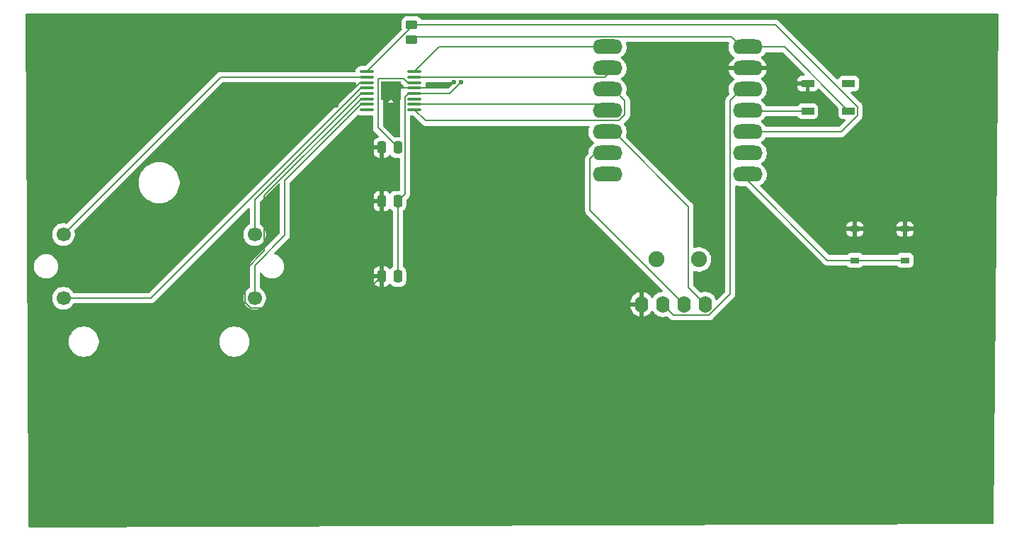
<source format=gbr>
%TF.GenerationSoftware,KiCad,Pcbnew,9.0.7*%
%TF.CreationDate,2026-02-01T17:27:12-08:00*%
%TF.ProjectId,DisplayDevice,44697370-6c61-4794-9465-766963652e6b,rev?*%
%TF.SameCoordinates,Original*%
%TF.FileFunction,Copper,L1,Top*%
%TF.FilePolarity,Positive*%
%FSLAX46Y46*%
G04 Gerber Fmt 4.6, Leading zero omitted, Abs format (unit mm)*
G04 Created by KiCad (PCBNEW 9.0.7) date 2026-02-01 17:27:12*
%MOMM*%
%LPD*%
G01*
G04 APERTURE LIST*
G04 Aperture macros list*
%AMRoundRect*
0 Rectangle with rounded corners*
0 $1 Rounding radius*
0 $2 $3 $4 $5 $6 $7 $8 $9 X,Y pos of 4 corners*
0 Add a 4 corners polygon primitive as box body*
4,1,4,$2,$3,$4,$5,$6,$7,$8,$9,$2,$3,0*
0 Add four circle primitives for the rounded corners*
1,1,$1+$1,$2,$3*
1,1,$1+$1,$4,$5*
1,1,$1+$1,$6,$7*
1,1,$1+$1,$8,$9*
0 Add four rect primitives between the rounded corners*
20,1,$1+$1,$2,$3,$4,$5,0*
20,1,$1+$1,$4,$5,$6,$7,0*
20,1,$1+$1,$6,$7,$8,$9,0*
20,1,$1+$1,$8,$9,$2,$3,0*%
G04 Aperture macros list end*
%TA.AperFunction,ComponentPad*%
%ADD10O,1.600000X2.000000*%
%TD*%
%TA.AperFunction,SMDPad,CuDef*%
%ADD11O,1.699999X0.349999*%
%TD*%
%TA.AperFunction,ComponentPad*%
%ADD12C,0.499999*%
%TD*%
%TA.AperFunction,SMDPad,CuDef*%
%ADD13R,2.460000X2.310000*%
%TD*%
%TA.AperFunction,SMDPad,CuDef*%
%ADD14RoundRect,0.250000X0.250000X0.475000X-0.250000X0.475000X-0.250000X-0.475000X0.250000X-0.475000X0*%
%TD*%
%TA.AperFunction,SMDPad,CuDef*%
%ADD15RoundRect,0.090000X0.660000X0.360000X-0.660000X0.360000X-0.660000X-0.360000X0.660000X-0.360000X0*%
%TD*%
%TA.AperFunction,SMDPad,CuDef*%
%ADD16RoundRect,0.250000X0.450000X-0.262500X0.450000X0.262500X-0.450000X0.262500X-0.450000X-0.262500X0*%
%TD*%
%TA.AperFunction,SMDPad,CuDef*%
%ADD17R,1.000000X0.750000*%
%TD*%
%TA.AperFunction,ComponentPad*%
%ADD18C,1.905000*%
%TD*%
%TA.AperFunction,ComponentPad*%
%ADD19O,3.556000X1.778000*%
%TD*%
%TA.AperFunction,ComponentPad*%
%ADD20C,1.700000*%
%TD*%
%TA.AperFunction,ViaPad*%
%ADD21C,0.600000*%
%TD*%
%TA.AperFunction,Conductor*%
%ADD22C,0.200000*%
%TD*%
G04 APERTURE END LIST*
D10*
%TO.P,J1,1,GND*%
%TO.N,/GND*%
X161880000Y-107150000D03*
%TO.P,J1,2,VCC*%
%TO.N,/3V3*%
X164420000Y-107150000D03*
%TO.P,J1,3,SCL*%
%TO.N,Net-(J1-SCL)*%
X166960000Y-107150000D03*
%TO.P,J1,4,SDA*%
%TO.N,Net-(J1-SDA)*%
X169500000Y-107150000D03*
%TD*%
D11*
%TO.P,Uw1,1,SLEEP_N*%
%TO.N,Net-(U1-GPIO8_A9_D9_CIPO)*%
X129050002Y-79324998D03*
%TO.P,Uw1,2,AOUT1*%
%TO.N,Net-(M1-Pin_1)*%
X129050002Y-79974999D03*
%TO.P,Uw1,3,AISEN*%
%TO.N,/GND*%
X129050002Y-80624998D03*
%TO.P,Uw1,4,AOUT2*%
%TO.N,Net-(M1-Pin_2)*%
X129050002Y-81274999D03*
%TO.P,Uw1,5,BOUT2*%
%TO.N,Net-(M1-Pin_3)*%
X129050002Y-81924998D03*
%TO.P,Uw1,6,BISEN*%
%TO.N,/GND*%
X129050002Y-82574999D03*
%TO.P,Uw1,7,BOUT1*%
%TO.N,Net-(M1-Pin_4)*%
X129050002Y-83224998D03*
%TO.P,Uw1,8,FAULT_N*%
%TO.N,unconnected-(Uw1-FAULT_N-Pad8)*%
X129050002Y-83874999D03*
%TO.P,Uw1,9,BIN1*%
%TO.N,Net-(U1-GPIO3_A2_D2)*%
X134750001Y-83874999D03*
%TO.P,Uw1,10,BIN2*%
%TO.N,Net-(U1-GPIO4_A3_D3)*%
X134750001Y-83224998D03*
%TO.P,Uw1,11,NC*%
%TO.N,unconnected-(Uw1-NC-Pad11)*%
X134750001Y-82574999D03*
%TO.P,Uw1,12,VM*%
%TO.N,/5V*%
X134750001Y-81924998D03*
%TO.P,Uw1,13,GND*%
%TO.N,/GND*%
X134750001Y-81274999D03*
%TO.P,Uw1,14,VINT*%
%TO.N,Net-(Uw1-VINT)*%
X134750001Y-80624998D03*
%TO.P,Uw1,15,AIN2*%
%TO.N,Net-(U1-GPIO2_A1_D1)*%
X134750001Y-79974999D03*
%TO.P,Uw1,16,AIN1*%
%TO.N,Net-(U1-GPIO1_A0_D0)*%
X134750001Y-79324998D03*
D12*
%TO.P,Uw1,17,PPAD*%
%TO.N,/GND*%
X131199998Y-81600000D03*
X131899999Y-80899999D03*
D13*
X131899999Y-81600000D03*
D12*
X131899999Y-82300001D03*
X132600000Y-81600000D03*
%TD*%
D14*
%TO.P,C3,1*%
%TO.N,Net-(Uw1-VINT)*%
X132750000Y-88400000D03*
%TO.P,C3,2*%
%TO.N,/GND*%
X130850000Y-88400000D03*
%TD*%
D15*
%TO.P,D1,1,VDD*%
%TO.N,/5V*%
X186650000Y-84050000D03*
%TO.P,D1,2,DOUT*%
%TO.N,unconnected-(D1-DOUT-Pad2)*%
X186650000Y-80750000D03*
%TO.P,D1,3,VSS*%
%TO.N,/GND*%
X181750000Y-80750000D03*
%TO.P,D1,4,DIN*%
%TO.N,Net-(D1-DIN)*%
X181750000Y-84050000D03*
%TD*%
D16*
%TO.P,R1,1*%
%TO.N,/5V*%
X134400000Y-75512500D03*
%TO.P,R1,2*%
%TO.N,Net-(U1-GPIO8_A9_D9_CIPO)*%
X134400000Y-73687500D03*
%TD*%
D14*
%TO.P,C2,1*%
%TO.N,/5V*%
X132750000Y-103800000D03*
%TO.P,C2,2*%
%TO.N,/GND*%
X130850000Y-103800000D03*
%TD*%
D17*
%TO.P,S1,A*%
%TO.N,/GND*%
X187400000Y-98125000D03*
%TO.P,S1,B*%
X193400000Y-98125000D03*
%TO.P,S1,C*%
%TO.N,Net-(U1-GPIO44_D7_RX)*%
X187400000Y-101875000D03*
%TO.P,S1,D*%
X193400000Y-101875000D03*
%TD*%
D14*
%TO.P,C1,1*%
%TO.N,/5V*%
X132750000Y-94800000D03*
%TO.P,C1,2*%
%TO.N,/GND*%
X130850000Y-94800000D03*
%TD*%
D18*
%TO.P,U1,16,-BATT*%
%TO.N,unconnected-(U1--BATT-Pad16)*%
X168740000Y-101780000D03*
%TO.P,U1,15,+BATT*%
%TO.N,unconnected-(U1-+BATT-Pad15)*%
X163660000Y-101780000D03*
D19*
%TO.P,U1,14,5V*%
%TO.N,/5V*%
X174582000Y-76380000D03*
%TO.P,U1,13,GND*%
%TO.N,/GND*%
X174582000Y-78920000D03*
%TO.P,U1,12,3V3*%
%TO.N,/3V3*%
X174582000Y-81460000D03*
%TO.P,U1,11,GPIO9_A10_D10_COPI*%
%TO.N,Net-(D1-DIN)*%
X174582000Y-84000000D03*
%TO.P,U1,10,GPIO8_A9_D9_CIPO*%
%TO.N,Net-(U1-GPIO8_A9_D9_CIPO)*%
X174582000Y-86540000D03*
%TO.P,U1,9,GPIO7_A8_D8_SCK*%
%TO.N,unconnected-(U1-GPIO7_A8_D8_SCK-Pad9)*%
X174582000Y-89080000D03*
%TO.P,U1,8,GPIO44_D7_RX*%
%TO.N,Net-(U1-GPIO44_D7_RX)*%
X174582000Y-91620000D03*
%TO.P,U1,7,GPIO43_TX_D6*%
%TO.N,unconnected-(U1-GPIO43_TX_D6-Pad7)*%
X157818000Y-91620000D03*
%TO.P,U1,6,GPIO6_A5_D5_SCL*%
%TO.N,Net-(J1-SCL)*%
X157818000Y-89080000D03*
%TO.P,U1,5,GPIO4_A3_D3_SDA*%
%TO.N,Net-(J1-SDA)*%
X157818000Y-86540000D03*
%TO.P,U1,4,GPIO4_A3_D3*%
%TO.N,Net-(U1-GPIO4_A3_D3)*%
X157818000Y-84000000D03*
%TO.P,U1,3,GPIO3_A2_D2*%
%TO.N,Net-(U1-GPIO3_A2_D2)*%
X157818000Y-81460000D03*
%TO.P,U1,2,GPIO2_A1_D1*%
%TO.N,Net-(U1-GPIO2_A1_D1)*%
X157818000Y-78920000D03*
%TO.P,U1,1,GPIO1_A0_D0*%
%TO.N,Net-(U1-GPIO1_A0_D0)*%
X157818000Y-76380000D03*
%TD*%
D20*
%TO.P,M1,1,Pin_1*%
%TO.N,Net-(M1-Pin_1)*%
X92770000Y-98790000D03*
%TO.P,M1,2,Pin_2*%
%TO.N,Net-(M1-Pin_2)*%
X92770000Y-106410000D03*
%TO.P,M1,3,Pin_3*%
%TO.N,Net-(M1-Pin_3)*%
X115630000Y-98790000D03*
%TO.P,M1,4,Pin_4*%
%TO.N,Net-(M1-Pin_4)*%
X115630000Y-106410000D03*
%TD*%
D21*
%TO.N,/GND*%
X139451473Y-80574999D03*
X125439152Y-83339152D03*
%TO.N,/5V*%
X140300000Y-80574999D03*
%TD*%
D22*
%TO.N,Net-(U1-GPIO8_A9_D9_CIPO)*%
X134400000Y-73975000D02*
X129050002Y-79324998D01*
X134400000Y-73687500D02*
X134400000Y-73975000D01*
X187701000Y-83525548D02*
X187701000Y-84574452D01*
X187701000Y-84574452D02*
X185735452Y-86540000D01*
X185735452Y-86540000D02*
X173820000Y-86540000D01*
X177862952Y-73687500D02*
X187701000Y-83525548D01*
X134400000Y-73687500D02*
X177862952Y-73687500D01*
%TO.N,/3V3*%
X169956049Y-108451000D02*
X172503000Y-105904049D01*
X165721000Y-108451000D02*
X169956049Y-108451000D01*
X164420000Y-107150000D02*
X165721000Y-108451000D01*
X172503000Y-105904049D02*
X172503000Y-82777000D01*
X172503000Y-82777000D02*
X173820000Y-81460000D01*
%TO.N,Net-(J1-SDA)*%
X167486500Y-95446500D02*
X158580000Y-86540000D01*
X167486500Y-105136500D02*
X167486500Y-95446500D01*
X169500000Y-107150000D02*
X167486500Y-105136500D01*
%TO.N,Net-(J1-SCL)*%
X156420000Y-89080000D02*
X158580000Y-89080000D01*
X155739000Y-89761000D02*
X156420000Y-89080000D01*
X155739000Y-95929000D02*
X155739000Y-89761000D01*
X166960000Y-107150000D02*
X155739000Y-95929000D01*
%TO.N,/GND*%
X132925001Y-81274999D02*
X134750001Y-81274999D01*
X132600000Y-81600000D02*
X132925001Y-81274999D01*
X129050002Y-80624998D02*
X128153306Y-80624998D01*
X114479000Y-103060454D02*
X114479000Y-106886760D01*
X116781000Y-94145834D02*
X116781000Y-100758454D01*
X115153240Y-107561000D02*
X127089000Y-107561000D01*
X134750001Y-81274999D02*
X138751473Y-81274999D01*
X114479000Y-106886760D02*
X115153240Y-107561000D01*
X129050002Y-82574999D02*
X128351835Y-82574999D01*
X116781000Y-100758454D02*
X114479000Y-103060454D01*
X127089000Y-107561000D02*
X130850000Y-103800000D01*
X128351835Y-82574999D02*
X116781000Y-94145834D01*
X138751473Y-81274999D02*
X139451473Y-80574999D01*
X175920000Y-78920000D02*
X173820000Y-78920000D01*
X128153306Y-80624998D02*
X125439152Y-83339152D01*
%TO.N,/5V*%
X133599001Y-93950999D02*
X133599001Y-82377833D01*
X172630000Y-75190000D02*
X173820000Y-76380000D01*
X133599001Y-82377833D02*
X134051836Y-81924998D01*
X132750000Y-103800000D02*
X132750000Y-94800000D01*
X134051836Y-81924998D02*
X134750001Y-81924998D01*
X134400000Y-75512500D02*
X134722500Y-75190000D01*
X178980000Y-76380000D02*
X186650000Y-84050000D01*
X134750001Y-81924998D02*
X138950001Y-81924998D01*
X134722500Y-75190000D02*
X172630000Y-75190000D01*
X132750000Y-94800000D02*
X133599001Y-93950999D01*
X138950001Y-81924998D02*
X140300000Y-80574999D01*
X173820000Y-76380000D02*
X178980000Y-76380000D01*
%TO.N,Net-(Uw1-VINT)*%
X133430999Y-80144000D02*
X130368999Y-80144000D01*
X133911997Y-80624998D02*
X133430999Y-80144000D01*
X134750001Y-80624998D02*
X133911997Y-80624998D01*
X130368999Y-86018999D02*
X132750000Y-88400000D01*
X130368999Y-80144000D02*
X130368999Y-86018999D01*
%TO.N,Net-(D1-DIN)*%
X173870000Y-84050000D02*
X173820000Y-84000000D01*
X181750000Y-84050000D02*
X173870000Y-84050000D01*
%TO.N,Net-(M1-Pin_2)*%
X128351835Y-81274999D02*
X103216834Y-106410000D01*
X103216834Y-106410000D02*
X92770000Y-106410000D01*
X129050002Y-81274999D02*
X128351835Y-81274999D01*
%TO.N,Net-(M1-Pin_4)*%
X129050002Y-83224998D02*
X128351837Y-83224998D01*
X119251000Y-98855554D02*
X115630000Y-102476554D01*
X128351837Y-83224998D02*
X119251000Y-92325835D01*
X119251000Y-92325835D02*
X119251000Y-98855554D01*
X115630000Y-102476554D02*
X115630000Y-106410000D01*
%TO.N,Net-(M1-Pin_3)*%
X115630000Y-94646835D02*
X115630000Y-98790000D01*
X128351837Y-81924998D02*
X115630000Y-94646835D01*
X129050002Y-81924998D02*
X128351837Y-81924998D01*
%TO.N,Net-(M1-Pin_1)*%
X111585001Y-79974999D02*
X92770000Y-98790000D01*
X129050002Y-79974999D02*
X111585001Y-79974999D01*
%TO.N,Net-(U1-GPIO2_A1_D1)*%
X134750001Y-79974999D02*
X157525001Y-79974999D01*
X157525001Y-79974999D02*
X158580000Y-78920000D01*
%TO.N,Net-(U1-GPIO4_A3_D3)*%
X134750001Y-83224998D02*
X157804998Y-83224998D01*
X157804998Y-83224998D02*
X158580000Y-84000000D01*
%TO.N,Net-(U1-GPIO44_D7_RX)*%
X187400000Y-101875000D02*
X184075000Y-101875000D01*
X193400000Y-101875000D02*
X187400000Y-101875000D01*
X184075000Y-101875000D02*
X173820000Y-91620000D01*
%TO.N,Net-(U1-GPIO1_A0_D0)*%
X134750001Y-79324998D02*
X137694999Y-76380000D01*
X137694999Y-76380000D02*
X158580000Y-76380000D01*
%TO.N,Net-(U1-GPIO3_A2_D2)*%
X159897000Y-82777000D02*
X159897000Y-84492914D01*
X136065002Y-85190000D02*
X134750001Y-83874999D01*
X159199914Y-85190000D02*
X136065002Y-85190000D01*
X158580000Y-81460000D02*
X159897000Y-82777000D01*
X159897000Y-84492914D02*
X159199914Y-85190000D01*
%TD*%
%TA.AperFunction,Conductor*%
%TO.N,/GND*%
G36*
X172319900Y-75810185D02*
G01*
X172365655Y-75862989D01*
X172375599Y-75932147D01*
X172370792Y-75952817D01*
X172337714Y-76054621D01*
X172303500Y-76270638D01*
X172303500Y-76489361D01*
X172337714Y-76705376D01*
X172405297Y-76913380D01*
X172405298Y-76913383D01*
X172504595Y-77108260D01*
X172633142Y-77285193D01*
X172787802Y-77439853D01*
X172787807Y-77439857D01*
X172939394Y-77549991D01*
X172982060Y-77605320D01*
X172988039Y-77674934D01*
X172955434Y-77736729D01*
X172939394Y-77750627D01*
X172788133Y-77860524D01*
X172788128Y-77860528D01*
X172633528Y-78015128D01*
X172633524Y-78015133D01*
X172505023Y-78192001D01*
X172405762Y-78386808D01*
X172405761Y-78386811D01*
X172338201Y-78594741D01*
X172326282Y-78670000D01*
X173377749Y-78670000D01*
X173346619Y-78723919D01*
X173312000Y-78853120D01*
X173312000Y-78986880D01*
X173346619Y-79116081D01*
X173377749Y-79170000D01*
X172326282Y-79170000D01*
X172338201Y-79245258D01*
X172405761Y-79453188D01*
X172405762Y-79453191D01*
X172505023Y-79647998D01*
X172633524Y-79824866D01*
X172633528Y-79824871D01*
X172788128Y-79979471D01*
X172788133Y-79979475D01*
X172939394Y-80089372D01*
X172982060Y-80144701D01*
X172988039Y-80214315D01*
X172955434Y-80276110D01*
X172939394Y-80290008D01*
X172787807Y-80400142D01*
X172787802Y-80400146D01*
X172633142Y-80554806D01*
X172504595Y-80731739D01*
X172405298Y-80926616D01*
X172405297Y-80926619D01*
X172337714Y-81134623D01*
X172303500Y-81350638D01*
X172303500Y-81569361D01*
X172337714Y-81785376D01*
X172389685Y-81945329D01*
X172391680Y-82015171D01*
X172359435Y-82071328D01*
X172137643Y-82293120D01*
X172137636Y-82293127D01*
X172134286Y-82296478D01*
X172134284Y-82296480D01*
X172022480Y-82408284D01*
X171994418Y-82456890D01*
X171988663Y-82466857D01*
X171988661Y-82466860D01*
X171943423Y-82545214D01*
X171929781Y-82596124D01*
X171902499Y-82697943D01*
X171902499Y-82697945D01*
X171902499Y-82866046D01*
X171902500Y-82866059D01*
X171902500Y-105603950D01*
X171882815Y-105670989D01*
X171866181Y-105691631D01*
X170946841Y-106610970D01*
X170885518Y-106644455D01*
X170815826Y-106639471D01*
X170759893Y-106597599D01*
X170741230Y-106561609D01*
X170705220Y-106450781D01*
X170612287Y-106268390D01*
X170604556Y-106257749D01*
X170491971Y-106102786D01*
X170347213Y-105958028D01*
X170181613Y-105837715D01*
X170181612Y-105837714D01*
X170181610Y-105837713D01*
X170120677Y-105806666D01*
X169999223Y-105744781D01*
X169804534Y-105681522D01*
X169629995Y-105653878D01*
X169602352Y-105649500D01*
X169397648Y-105649500D01*
X169360947Y-105655313D01*
X169195464Y-105681523D01*
X169195461Y-105681523D01*
X169030203Y-105735219D01*
X168960362Y-105737214D01*
X168904204Y-105704969D01*
X168123319Y-104924084D01*
X168089834Y-104862761D01*
X168087000Y-104836403D01*
X168087000Y-103266273D01*
X168106685Y-103199234D01*
X168159489Y-103153479D01*
X168228647Y-103143535D01*
X168249312Y-103148340D01*
X168344451Y-103179252D01*
X168399754Y-103197222D01*
X168512700Y-103215111D01*
X168625646Y-103233000D01*
X168625647Y-103233000D01*
X168854353Y-103233000D01*
X168854354Y-103233000D01*
X169080245Y-103197222D01*
X169080248Y-103197221D01*
X169080249Y-103197221D01*
X169297755Y-103126549D01*
X169297755Y-103126548D01*
X169297758Y-103126548D01*
X169501538Y-103022717D01*
X169686566Y-102888286D01*
X169848286Y-102726566D01*
X169982717Y-102541538D01*
X170086548Y-102337758D01*
X170116762Y-102244769D01*
X170157221Y-102120249D01*
X170157221Y-102120248D01*
X170157222Y-102120245D01*
X170193000Y-101894354D01*
X170193000Y-101665646D01*
X170157222Y-101439755D01*
X170157221Y-101439751D01*
X170157221Y-101439750D01*
X170086549Y-101222244D01*
X170049484Y-101149500D01*
X169982717Y-101018462D01*
X169848286Y-100833434D01*
X169686566Y-100671714D01*
X169501538Y-100537283D01*
X169393000Y-100481980D01*
X169297755Y-100433450D01*
X169080248Y-100362778D01*
X168910826Y-100335944D01*
X168854354Y-100327000D01*
X168625646Y-100327000D01*
X168550349Y-100338926D01*
X168399753Y-100362778D01*
X168399750Y-100362778D01*
X168249318Y-100411657D01*
X168179477Y-100413652D01*
X168119644Y-100377572D01*
X168088816Y-100314871D01*
X168087000Y-100293726D01*
X168087000Y-95367445D01*
X168087000Y-95367443D01*
X168063709Y-95280519D01*
X168046077Y-95214715D01*
X167995639Y-95127354D01*
X167967020Y-95077784D01*
X167855216Y-94965980D01*
X167850885Y-94961649D01*
X167850874Y-94961639D01*
X160040563Y-87151328D01*
X160007078Y-87090005D01*
X160010312Y-87025334D01*
X160062286Y-86865375D01*
X160072061Y-86803655D01*
X160096500Y-86649361D01*
X160096500Y-86430638D01*
X160068013Y-86250784D01*
X160062286Y-86214625D01*
X159994701Y-86006617D01*
X159994701Y-86006616D01*
X159921518Y-85862989D01*
X159895407Y-85811743D01*
X159850241Y-85749577D01*
X159766857Y-85634807D01*
X159766443Y-85634322D01*
X159766343Y-85634099D01*
X159763989Y-85630859D01*
X159764669Y-85630364D01*
X159737868Y-85570563D01*
X159748299Y-85501476D01*
X159773044Y-85466104D01*
X160255506Y-84983641D01*
X160255511Y-84983638D01*
X160265714Y-84973434D01*
X160265716Y-84973434D01*
X160377520Y-84861630D01*
X160456577Y-84724698D01*
X160497500Y-84571971D01*
X160497500Y-82697943D01*
X160483238Y-82644714D01*
X160456577Y-82545215D01*
X160455352Y-82543094D01*
X160444336Y-82524013D01*
X160405582Y-82456890D01*
X160392276Y-82433842D01*
X160377522Y-82408287D01*
X160377521Y-82408286D01*
X160377520Y-82408284D01*
X160265716Y-82296480D01*
X160265715Y-82296479D01*
X160261385Y-82292149D01*
X160261374Y-82292139D01*
X160040563Y-82071328D01*
X160007078Y-82010005D01*
X160010312Y-81945334D01*
X160062286Y-81785375D01*
X160086921Y-81629837D01*
X160096500Y-81569361D01*
X160096500Y-81350638D01*
X160072787Y-81200928D01*
X160062286Y-81134625D01*
X160014306Y-80986956D01*
X159994702Y-80926619D01*
X159994701Y-80926616D01*
X159949347Y-80837605D01*
X159895407Y-80731743D01*
X159855184Y-80676380D01*
X159766857Y-80554806D01*
X159612199Y-80400148D01*
X159577328Y-80374813D01*
X159461028Y-80290316D01*
X159418364Y-80234989D01*
X159412385Y-80165376D01*
X159444990Y-80103580D01*
X159461023Y-80089686D01*
X159612199Y-79979852D01*
X159766852Y-79825199D01*
X159766854Y-79825195D01*
X159766857Y-79825193D01*
X159843767Y-79719334D01*
X159895407Y-79648257D01*
X159994701Y-79453383D01*
X160062286Y-79245375D01*
X160082764Y-79116081D01*
X160096500Y-79029361D01*
X160096500Y-78810638D01*
X160070528Y-78646665D01*
X160062286Y-78594625D01*
X160014197Y-78446619D01*
X159994702Y-78386619D01*
X159994701Y-78386616D01*
X159960315Y-78319132D01*
X159895407Y-78191743D01*
X159887147Y-78180374D01*
X159766857Y-78014806D01*
X159612199Y-77860148D01*
X159612191Y-77860142D01*
X159461028Y-77750316D01*
X159418364Y-77694989D01*
X159412385Y-77625376D01*
X159444990Y-77563580D01*
X159461023Y-77549686D01*
X159612199Y-77439852D01*
X159766852Y-77285199D01*
X159766854Y-77285195D01*
X159766857Y-77285193D01*
X159823229Y-77207601D01*
X159895407Y-77108257D01*
X159994701Y-76913383D01*
X160062286Y-76705375D01*
X160079912Y-76594082D01*
X160096500Y-76489361D01*
X160096500Y-76270638D01*
X160071807Y-76114739D01*
X160062286Y-76054625D01*
X160062285Y-76054621D01*
X160029208Y-75952817D01*
X160027213Y-75882976D01*
X160063294Y-75823144D01*
X160125995Y-75792316D01*
X160147139Y-75790500D01*
X172252861Y-75790500D01*
X172319900Y-75810185D01*
G37*
%TD.AperFunction*%
%TA.AperFunction,Conductor*%
G36*
X133197941Y-80764185D02*
G01*
X133218583Y-80780819D01*
X133394318Y-80956554D01*
X133398226Y-80963712D01*
X133404827Y-80968507D01*
X133414728Y-80993932D01*
X133427803Y-81017877D01*
X133427453Y-81026608D01*
X133430181Y-81033614D01*
X133428169Y-81068851D01*
X133406540Y-81175638D01*
X133390332Y-81206360D01*
X133374239Y-81237125D01*
X133374043Y-81237236D01*
X133373939Y-81237435D01*
X133343737Y-81254493D01*
X133313523Y-81271699D01*
X133313297Y-81271686D01*
X133313103Y-81271797D01*
X133281239Y-81272310D01*
X132776776Y-81776776D01*
X132253551Y-82300001D01*
X132577575Y-82624026D01*
X132621175Y-82518768D01*
X132637793Y-82435222D01*
X132638132Y-82434572D01*
X132638076Y-82433842D01*
X132654298Y-82403668D01*
X132670178Y-82373311D01*
X132670814Y-82372948D01*
X132671162Y-82372302D01*
X132701138Y-82355680D01*
X132730893Y-82338736D01*
X132731839Y-82338656D01*
X132732266Y-82338420D01*
X132735221Y-82337794D01*
X132818764Y-82321177D01*
X132827042Y-82317748D01*
X132896511Y-82310276D01*
X132958992Y-82341548D01*
X132994647Y-82401636D01*
X132998500Y-82432307D01*
X132998500Y-82466879D01*
X132998501Y-82466892D01*
X132998501Y-87050500D01*
X132978816Y-87117539D01*
X132926012Y-87163294D01*
X132874501Y-87174500D01*
X132449999Y-87174500D01*
X132449983Y-87174501D01*
X132439413Y-87175581D01*
X132370721Y-87162807D01*
X132339138Y-87139903D01*
X131005818Y-85806583D01*
X130972333Y-85745260D01*
X130969499Y-85718902D01*
X130969499Y-82977577D01*
X131575972Y-82977577D01*
X131681231Y-83021177D01*
X131681239Y-83021179D01*
X131826126Y-83049999D01*
X131826130Y-83050000D01*
X131973868Y-83050000D01*
X131973871Y-83049999D01*
X132118758Y-83021179D01*
X132118766Y-83021177D01*
X132224024Y-82977577D01*
X131900000Y-82653553D01*
X131899999Y-82653553D01*
X131575972Y-82977577D01*
X130969499Y-82977577D01*
X130969499Y-82636807D01*
X130989184Y-82569768D01*
X131041988Y-82524013D01*
X131111146Y-82514069D01*
X131174702Y-82543094D01*
X131208060Y-82589355D01*
X131222420Y-82624025D01*
X131546447Y-82300001D01*
X131516610Y-82270164D01*
X131749999Y-82270164D01*
X131749999Y-82329838D01*
X131772835Y-82384969D01*
X131815031Y-82427165D01*
X131870162Y-82450001D01*
X131929836Y-82450001D01*
X131984967Y-82427165D01*
X132027163Y-82384969D01*
X132049999Y-82329838D01*
X132049999Y-82270164D01*
X132027163Y-82215033D01*
X131984967Y-82172837D01*
X131929836Y-82150001D01*
X131870162Y-82150001D01*
X131815031Y-82172837D01*
X131772835Y-82215033D01*
X131749999Y-82270164D01*
X131516610Y-82270164D01*
X131110903Y-81864457D01*
X131077418Y-81803134D01*
X131082402Y-81733442D01*
X131097623Y-81709757D01*
X131115030Y-81727164D01*
X131170161Y-81750000D01*
X131229835Y-81750000D01*
X131284966Y-81727164D01*
X131327162Y-81684968D01*
X131349998Y-81629837D01*
X131349998Y-81600000D01*
X131553550Y-81600000D01*
X131899999Y-81946449D01*
X132246448Y-81600000D01*
X132216611Y-81570163D01*
X132450000Y-81570163D01*
X132450000Y-81629837D01*
X132472836Y-81684968D01*
X132515032Y-81727164D01*
X132570163Y-81750000D01*
X132629837Y-81750000D01*
X132684968Y-81727164D01*
X132727164Y-81684968D01*
X132750000Y-81629837D01*
X132750000Y-81570163D01*
X132727164Y-81515032D01*
X132684968Y-81472836D01*
X132629837Y-81450000D01*
X132570163Y-81450000D01*
X132515032Y-81472836D01*
X132472836Y-81515032D01*
X132450000Y-81570163D01*
X132216611Y-81570163D01*
X131899999Y-81253551D01*
X131553550Y-81600000D01*
X131349998Y-81600000D01*
X131349998Y-81570163D01*
X131327162Y-81515032D01*
X131284966Y-81472836D01*
X131229835Y-81450000D01*
X131170161Y-81450000D01*
X131115030Y-81472836D01*
X131098915Y-81488950D01*
X131077418Y-81449582D01*
X131082402Y-81379890D01*
X131110903Y-81335543D01*
X131635542Y-80810904D01*
X131696865Y-80777419D01*
X131766557Y-80782403D01*
X131790241Y-80797624D01*
X131772835Y-80815031D01*
X131749999Y-80870162D01*
X131749999Y-80929836D01*
X131772835Y-80984967D01*
X131815031Y-81027163D01*
X131870162Y-81049999D01*
X131929836Y-81049999D01*
X131984967Y-81027163D01*
X132027163Y-80984967D01*
X132049999Y-80929836D01*
X132049999Y-80870162D01*
X132027163Y-80815031D01*
X132011048Y-80798916D01*
X132050417Y-80777419D01*
X132120109Y-80782403D01*
X132164456Y-80810904D01*
X132600000Y-81246448D01*
X132600001Y-81246448D01*
X132924025Y-80922421D01*
X132918112Y-80892691D01*
X132919989Y-80871707D01*
X132916991Y-80850853D01*
X132923040Y-80837605D01*
X132924339Y-80823099D01*
X132937264Y-80806460D01*
X132946016Y-80787297D01*
X132958267Y-80779423D01*
X132967202Y-80767922D01*
X132987070Y-80760912D01*
X133004794Y-80749523D01*
X133029377Y-80745988D01*
X133033092Y-80744678D01*
X133039729Y-80744500D01*
X133130902Y-80744500D01*
X133197941Y-80764185D01*
G37*
%TD.AperFunction*%
%TA.AperFunction,Conductor*%
G36*
X178746942Y-77000185D02*
G01*
X178767584Y-77016819D01*
X181339084Y-79588319D01*
X181372569Y-79649642D01*
X181367585Y-79719334D01*
X181325713Y-79775267D01*
X181260249Y-79799684D01*
X181251403Y-79800000D01*
X181051329Y-79800000D01*
X180935980Y-79815185D01*
X180935975Y-79815187D01*
X180792458Y-79874633D01*
X180792457Y-79874633D01*
X180669207Y-79969207D01*
X180574633Y-80092457D01*
X180574633Y-80092458D01*
X180515187Y-80235975D01*
X180515185Y-80235980D01*
X180500000Y-80351329D01*
X180500000Y-80500000D01*
X181626000Y-80500000D01*
X181693039Y-80519685D01*
X181738794Y-80572489D01*
X181750000Y-80624000D01*
X181750000Y-80750000D01*
X181876000Y-80750000D01*
X181943039Y-80769685D01*
X181988794Y-80822489D01*
X182000000Y-80874000D01*
X182000000Y-81700000D01*
X182448671Y-81700000D01*
X182564019Y-81684814D01*
X182564024Y-81684812D01*
X182707541Y-81625366D01*
X182707542Y-81625366D01*
X182830792Y-81530792D01*
X182925366Y-81407542D01*
X182929430Y-81400504D01*
X182932328Y-81402177D01*
X182966414Y-81359878D01*
X183032708Y-81337812D01*
X183100408Y-81355090D01*
X183124817Y-81374052D01*
X185363181Y-83612416D01*
X185396666Y-83673739D01*
X185399500Y-83700097D01*
X185399500Y-84448703D01*
X185414696Y-84564142D01*
X185414699Y-84564151D01*
X185472074Y-84702667D01*
X185474200Y-84707798D01*
X185568851Y-84831149D01*
X185692202Y-84925800D01*
X185835849Y-84985301D01*
X185951299Y-85000500D01*
X186126354Y-85000499D01*
X186193392Y-85020183D01*
X186239147Y-85072987D01*
X186249091Y-85142145D01*
X186220066Y-85205701D01*
X186214034Y-85212180D01*
X185523036Y-85903181D01*
X185461713Y-85936666D01*
X185435355Y-85939500D01*
X176800490Y-85939500D01*
X176733451Y-85919815D01*
X176690005Y-85871795D01*
X176685518Y-85862989D01*
X176659407Y-85811743D01*
X176643973Y-85790500D01*
X176530857Y-85634806D01*
X176376199Y-85480148D01*
X176356866Y-85466102D01*
X176225028Y-85370316D01*
X176182364Y-85314989D01*
X176176385Y-85245376D01*
X176208990Y-85183580D01*
X176225023Y-85169686D01*
X176376199Y-85059852D01*
X176530852Y-84905199D01*
X176530854Y-84905195D01*
X176530857Y-84905193D01*
X176659405Y-84728260D01*
X176664530Y-84718203D01*
X176712506Y-84667408D01*
X176775014Y-84650500D01*
X180469528Y-84650500D01*
X180536567Y-84670185D01*
X180567536Y-84702667D01*
X180569253Y-84701350D01*
X180574198Y-84707794D01*
X180574200Y-84707798D01*
X180668851Y-84831149D01*
X180792202Y-84925800D01*
X180935849Y-84985301D01*
X181051299Y-85000500D01*
X182448700Y-85000499D01*
X182448703Y-85000499D01*
X182564142Y-84985303D01*
X182564146Y-84985301D01*
X182564151Y-84985301D01*
X182707798Y-84925800D01*
X182831149Y-84831149D01*
X182925800Y-84707798D01*
X182985301Y-84564151D01*
X183000500Y-84448701D01*
X183000499Y-83651300D01*
X183000499Y-83651299D01*
X183000499Y-83651296D01*
X182985303Y-83535857D01*
X182985301Y-83535852D01*
X182985301Y-83535849D01*
X182925800Y-83392202D01*
X182831149Y-83268851D01*
X182707798Y-83174200D01*
X182707794Y-83174198D01*
X182564151Y-83114699D01*
X182564149Y-83114698D01*
X182448701Y-83099500D01*
X181051296Y-83099500D01*
X180935857Y-83114696D01*
X180935848Y-83114699D01*
X180792205Y-83174198D01*
X180792202Y-83174199D01*
X180792202Y-83174200D01*
X180668851Y-83268851D01*
X180574200Y-83392202D01*
X180574199Y-83392204D01*
X180569253Y-83398650D01*
X180567017Y-83396934D01*
X180526358Y-83435711D01*
X180469528Y-83449500D01*
X176825966Y-83449500D01*
X176758927Y-83429815D01*
X176715481Y-83381795D01*
X176670626Y-83293763D01*
X176659407Y-83271743D01*
X176659405Y-83271740D01*
X176659404Y-83271738D01*
X176530857Y-83094806D01*
X176376199Y-82940148D01*
X176225028Y-82830316D01*
X176182364Y-82774989D01*
X176176385Y-82705376D01*
X176208990Y-82643580D01*
X176225023Y-82629686D01*
X176376199Y-82519852D01*
X176530852Y-82365199D01*
X176530854Y-82365195D01*
X176530857Y-82365193D01*
X176639953Y-82215033D01*
X176659407Y-82188257D01*
X176758701Y-81993383D01*
X176826286Y-81785375D01*
X176851560Y-81625801D01*
X176860500Y-81569361D01*
X176860500Y-81350638D01*
X176836787Y-81200928D01*
X176828510Y-81148670D01*
X180500000Y-81148670D01*
X180515185Y-81264019D01*
X180515187Y-81264024D01*
X180574633Y-81407541D01*
X180574633Y-81407542D01*
X180669207Y-81530792D01*
X180792458Y-81625366D01*
X180935975Y-81684812D01*
X180935980Y-81684814D01*
X181051329Y-81700000D01*
X181500000Y-81700000D01*
X181500000Y-81000000D01*
X180500000Y-81000000D01*
X180500000Y-81148670D01*
X176828510Y-81148670D01*
X176826286Y-81134625D01*
X176758701Y-80926617D01*
X176758701Y-80926616D01*
X176713347Y-80837605D01*
X176659407Y-80731743D01*
X176619184Y-80676380D01*
X176530857Y-80554806D01*
X176376197Y-80400146D01*
X176376192Y-80400142D01*
X176224605Y-80290008D01*
X176181939Y-80234678D01*
X176175960Y-80165065D01*
X176208565Y-80103270D01*
X176224605Y-80089371D01*
X176375873Y-79979469D01*
X176530471Y-79824871D01*
X176530475Y-79824866D01*
X176658976Y-79647998D01*
X176758237Y-79453191D01*
X176758238Y-79453188D01*
X176825798Y-79245258D01*
X176837718Y-79170000D01*
X174262251Y-79170000D01*
X174293381Y-79116081D01*
X174328000Y-78986880D01*
X174328000Y-78853120D01*
X174293381Y-78723919D01*
X174262251Y-78670000D01*
X176837718Y-78670000D01*
X176825798Y-78594741D01*
X176758238Y-78386811D01*
X176758237Y-78386808D01*
X176658976Y-78192001D01*
X176530475Y-78015133D01*
X176530471Y-78015128D01*
X176375871Y-77860528D01*
X176375866Y-77860524D01*
X176224605Y-77750627D01*
X176181939Y-77695297D01*
X176175960Y-77625684D01*
X176208565Y-77563889D01*
X176224599Y-77549994D01*
X176376199Y-77439852D01*
X176530852Y-77285199D01*
X176530854Y-77285195D01*
X176530857Y-77285193D01*
X176587229Y-77207601D01*
X176659407Y-77108257D01*
X176690005Y-77048204D01*
X176737980Y-76997409D01*
X176800490Y-76980500D01*
X178679903Y-76980500D01*
X178746942Y-77000185D01*
G37*
%TD.AperFunction*%
%TA.AperFunction,Conductor*%
G36*
X139217942Y-80595184D02*
G01*
X139263697Y-80647988D01*
X139273641Y-80717146D01*
X139244616Y-80780702D01*
X139238584Y-80787180D01*
X138737585Y-81288179D01*
X138676262Y-81321664D01*
X138649904Y-81324498D01*
X136156349Y-81324498D01*
X136089310Y-81304813D01*
X136043555Y-81252009D01*
X136032350Y-81200928D01*
X136031483Y-80951082D01*
X136034679Y-80940053D01*
X136033452Y-80928635D01*
X136040921Y-80903199D01*
X136074541Y-80822034D01*
X136100500Y-80691529D01*
X136100500Y-80691521D01*
X136100912Y-80687347D01*
X136127072Y-80622559D01*
X136184106Y-80582199D01*
X136224315Y-80575499D01*
X139150903Y-80575499D01*
X139217942Y-80595184D01*
G37*
%TD.AperFunction*%
%TA.AperFunction,Conductor*%
G36*
X204541813Y-72419685D02*
G01*
X204587568Y-72472489D01*
X204598768Y-72525220D01*
X204001203Y-133277645D01*
X203980860Y-133344487D01*
X203927609Y-133389721D01*
X203877639Y-133400424D01*
X88723616Y-133799571D01*
X88656509Y-133780119D01*
X88610571Y-133727474D01*
X88599189Y-133676385D01*
X88597379Y-133400424D01*
X88453652Y-111481995D01*
X93399500Y-111481995D01*
X93399500Y-111718004D01*
X93399501Y-111718020D01*
X93430306Y-111952010D01*
X93491394Y-112179993D01*
X93581714Y-112398045D01*
X93581719Y-112398056D01*
X93652677Y-112520957D01*
X93699727Y-112602450D01*
X93699729Y-112602453D01*
X93699730Y-112602454D01*
X93843406Y-112789697D01*
X93843412Y-112789704D01*
X94010295Y-112956587D01*
X94010301Y-112956592D01*
X94197550Y-113100273D01*
X94328918Y-113176118D01*
X94401943Y-113218280D01*
X94401948Y-113218282D01*
X94401951Y-113218284D01*
X94620007Y-113308606D01*
X94847986Y-113369693D01*
X95081989Y-113400500D01*
X95081996Y-113400500D01*
X95318004Y-113400500D01*
X95318011Y-113400500D01*
X95552014Y-113369693D01*
X95779993Y-113308606D01*
X95998049Y-113218284D01*
X96202450Y-113100273D01*
X96389699Y-112956592D01*
X96556592Y-112789699D01*
X96700273Y-112602450D01*
X96818284Y-112398049D01*
X96908606Y-112179993D01*
X96969693Y-111952014D01*
X97000500Y-111718011D01*
X97000500Y-111481995D01*
X111399500Y-111481995D01*
X111399500Y-111718004D01*
X111399501Y-111718020D01*
X111430306Y-111952010D01*
X111491394Y-112179993D01*
X111581714Y-112398045D01*
X111581719Y-112398056D01*
X111652677Y-112520957D01*
X111699727Y-112602450D01*
X111699729Y-112602453D01*
X111699730Y-112602454D01*
X111843406Y-112789697D01*
X111843412Y-112789704D01*
X112010295Y-112956587D01*
X112010301Y-112956592D01*
X112197550Y-113100273D01*
X112328918Y-113176118D01*
X112401943Y-113218280D01*
X112401948Y-113218282D01*
X112401951Y-113218284D01*
X112620007Y-113308606D01*
X112847986Y-113369693D01*
X113081989Y-113400500D01*
X113081996Y-113400500D01*
X113318004Y-113400500D01*
X113318011Y-113400500D01*
X113552014Y-113369693D01*
X113779993Y-113308606D01*
X113998049Y-113218284D01*
X114202450Y-113100273D01*
X114389699Y-112956592D01*
X114556592Y-112789699D01*
X114700273Y-112602450D01*
X114818284Y-112398049D01*
X114908606Y-112179993D01*
X114969693Y-111952014D01*
X115000500Y-111718011D01*
X115000500Y-111481989D01*
X114969693Y-111247986D01*
X114908606Y-111020007D01*
X114818284Y-110801951D01*
X114818282Y-110801948D01*
X114818280Y-110801943D01*
X114776118Y-110728918D01*
X114700273Y-110597550D01*
X114556592Y-110410301D01*
X114556587Y-110410295D01*
X114389704Y-110243412D01*
X114389697Y-110243406D01*
X114202454Y-110099730D01*
X114202453Y-110099729D01*
X114202450Y-110099727D01*
X114120957Y-110052677D01*
X113998056Y-109981719D01*
X113998045Y-109981714D01*
X113779993Y-109891394D01*
X113552010Y-109830306D01*
X113318020Y-109799501D01*
X113318017Y-109799500D01*
X113318011Y-109799500D01*
X113081989Y-109799500D01*
X113081983Y-109799500D01*
X113081979Y-109799501D01*
X112847989Y-109830306D01*
X112620006Y-109891394D01*
X112401954Y-109981714D01*
X112401943Y-109981719D01*
X112197545Y-110099730D01*
X112010302Y-110243406D01*
X112010295Y-110243412D01*
X111843412Y-110410295D01*
X111843406Y-110410302D01*
X111699730Y-110597545D01*
X111581719Y-110801943D01*
X111581714Y-110801954D01*
X111491394Y-111020006D01*
X111430306Y-111247989D01*
X111399501Y-111481979D01*
X111399500Y-111481995D01*
X97000500Y-111481995D01*
X97000500Y-111481989D01*
X96969693Y-111247986D01*
X96908606Y-111020007D01*
X96818284Y-110801951D01*
X96818282Y-110801948D01*
X96818280Y-110801943D01*
X96776118Y-110728918D01*
X96700273Y-110597550D01*
X96556592Y-110410301D01*
X96556587Y-110410295D01*
X96389704Y-110243412D01*
X96389697Y-110243406D01*
X96202454Y-110099730D01*
X96202453Y-110099729D01*
X96202450Y-110099727D01*
X96120957Y-110052677D01*
X95998056Y-109981719D01*
X95998045Y-109981714D01*
X95779993Y-109891394D01*
X95552010Y-109830306D01*
X95318020Y-109799501D01*
X95318017Y-109799500D01*
X95318011Y-109799500D01*
X95081989Y-109799500D01*
X95081983Y-109799500D01*
X95081979Y-109799501D01*
X94847989Y-109830306D01*
X94620006Y-109891394D01*
X94401954Y-109981714D01*
X94401943Y-109981719D01*
X94197545Y-110099730D01*
X94010302Y-110243406D01*
X94010295Y-110243412D01*
X93843412Y-110410295D01*
X93843406Y-110410302D01*
X93699730Y-110597545D01*
X93581719Y-110801943D01*
X93581714Y-110801954D01*
X93491394Y-111020006D01*
X93430306Y-111247989D01*
X93399501Y-111481979D01*
X93399500Y-111481995D01*
X88453652Y-111481995D01*
X88394661Y-102485837D01*
X89249500Y-102485837D01*
X89249500Y-102714162D01*
X89285215Y-102939660D01*
X89355770Y-103156803D01*
X89457412Y-103356286D01*
X89459421Y-103360228D01*
X89593621Y-103544937D01*
X89755063Y-103706379D01*
X89939772Y-103840579D01*
X90033141Y-103888153D01*
X90143196Y-103944229D01*
X90143198Y-103944229D01*
X90143201Y-103944231D01*
X90259592Y-103982049D01*
X90360339Y-104014784D01*
X90585838Y-104050500D01*
X90585843Y-104050500D01*
X90814162Y-104050500D01*
X91039660Y-104014784D01*
X91256799Y-103944231D01*
X91460228Y-103840579D01*
X91644937Y-103706379D01*
X91806379Y-103544937D01*
X91940579Y-103360228D01*
X92044231Y-103156799D01*
X92114784Y-102939660D01*
X92125241Y-102873638D01*
X92150500Y-102714162D01*
X92150500Y-102485837D01*
X92114784Y-102260339D01*
X92080344Y-102154345D01*
X92044231Y-102043201D01*
X92044229Y-102043198D01*
X92044229Y-102043196D01*
X91940578Y-101839771D01*
X91814068Y-101665646D01*
X91806379Y-101655063D01*
X91644937Y-101493621D01*
X91460228Y-101359421D01*
X91453190Y-101355835D01*
X91256803Y-101255770D01*
X91039660Y-101185215D01*
X90814162Y-101149500D01*
X90814157Y-101149500D01*
X90585843Y-101149500D01*
X90585838Y-101149500D01*
X90360339Y-101185215D01*
X90143196Y-101255770D01*
X89939771Y-101359421D01*
X89755061Y-101493622D01*
X89593622Y-101655061D01*
X89459421Y-101839771D01*
X89355770Y-102043196D01*
X89285215Y-102260339D01*
X89249500Y-102485837D01*
X88394661Y-102485837D01*
X88369729Y-98683713D01*
X91419500Y-98683713D01*
X91419500Y-98896286D01*
X91449759Y-99087338D01*
X91452754Y-99106243D01*
X91491103Y-99224270D01*
X91518444Y-99308414D01*
X91614951Y-99497820D01*
X91739890Y-99669786D01*
X91890213Y-99820109D01*
X92062179Y-99945048D01*
X92062181Y-99945049D01*
X92062184Y-99945051D01*
X92251588Y-100041557D01*
X92453757Y-100107246D01*
X92663713Y-100140500D01*
X92663714Y-100140500D01*
X92876286Y-100140500D01*
X92876287Y-100140500D01*
X93086243Y-100107246D01*
X93288412Y-100041557D01*
X93477816Y-99945051D01*
X93499789Y-99929086D01*
X93649786Y-99820109D01*
X93649788Y-99820106D01*
X93649792Y-99820104D01*
X93800104Y-99669792D01*
X93800106Y-99669788D01*
X93800109Y-99669786D01*
X93925048Y-99497820D01*
X93925047Y-99497820D01*
X93925051Y-99497816D01*
X94021557Y-99308412D01*
X94087246Y-99106243D01*
X94120500Y-98896287D01*
X94120500Y-98683713D01*
X94087246Y-98473757D01*
X94073506Y-98431473D01*
X94071512Y-98361635D01*
X94103755Y-98305478D01*
X99946856Y-92462378D01*
X101749500Y-92462378D01*
X101749500Y-92737621D01*
X101780315Y-93011108D01*
X101780317Y-93011124D01*
X101841561Y-93279453D01*
X101841565Y-93279465D01*
X101932467Y-93539246D01*
X102051884Y-93787218D01*
X102051886Y-93787221D01*
X102198319Y-94020268D01*
X102369925Y-94235455D01*
X102564545Y-94430075D01*
X102779732Y-94601681D01*
X103012779Y-94748114D01*
X103260757Y-94867534D01*
X103455865Y-94935805D01*
X103520534Y-94958434D01*
X103520546Y-94958438D01*
X103788879Y-95019683D01*
X104062378Y-95050499D01*
X104062379Y-95050500D01*
X104062383Y-95050500D01*
X104337621Y-95050500D01*
X104337621Y-95050499D01*
X104611121Y-95019683D01*
X104879454Y-94958438D01*
X105139243Y-94867534D01*
X105387221Y-94748114D01*
X105620268Y-94601681D01*
X105835455Y-94430075D01*
X106030075Y-94235455D01*
X106201681Y-94020268D01*
X106348114Y-93787221D01*
X106467534Y-93539243D01*
X106558438Y-93279454D01*
X106619683Y-93011121D01*
X106650500Y-92737617D01*
X106650500Y-92462383D01*
X106619683Y-92188879D01*
X106558438Y-91920546D01*
X106467534Y-91660757D01*
X106348114Y-91412779D01*
X106201681Y-91179732D01*
X106030075Y-90964545D01*
X105835455Y-90769925D01*
X105620268Y-90598319D01*
X105387221Y-90451886D01*
X105387218Y-90451884D01*
X105139246Y-90332467D01*
X104879465Y-90241565D01*
X104879453Y-90241561D01*
X104611124Y-90180317D01*
X104611108Y-90180315D01*
X104337621Y-90149500D01*
X104337617Y-90149500D01*
X104062383Y-90149500D01*
X104062379Y-90149500D01*
X103788891Y-90180315D01*
X103788875Y-90180317D01*
X103520546Y-90241561D01*
X103520534Y-90241565D01*
X103260753Y-90332467D01*
X103012781Y-90451884D01*
X102779733Y-90598318D01*
X102564545Y-90769924D01*
X102369924Y-90964545D01*
X102198318Y-91179733D01*
X102051884Y-91412781D01*
X101932467Y-91660753D01*
X101841565Y-91920534D01*
X101841561Y-91920546D01*
X101780317Y-92188875D01*
X101780315Y-92188891D01*
X101749500Y-92462378D01*
X99946856Y-92462378D01*
X111797418Y-80611818D01*
X111858741Y-80578333D01*
X111885099Y-80575499D01*
X127643654Y-80575499D01*
X127710693Y-80595184D01*
X127756448Y-80647988D01*
X127767653Y-80699069D01*
X127768519Y-80948914D01*
X127765322Y-80959942D01*
X127766550Y-80971362D01*
X127759081Y-80996796D01*
X127753162Y-81011086D01*
X127726282Y-81051315D01*
X103004418Y-105773181D01*
X102943095Y-105806666D01*
X102916737Y-105809500D01*
X94055719Y-105809500D01*
X93988680Y-105789815D01*
X93945235Y-105741795D01*
X93925052Y-105702185D01*
X93925051Y-105702184D01*
X93800109Y-105530213D01*
X93649786Y-105379890D01*
X93477820Y-105254951D01*
X93288414Y-105158444D01*
X93288413Y-105158443D01*
X93288412Y-105158443D01*
X93086243Y-105092754D01*
X93086241Y-105092753D01*
X93086240Y-105092753D01*
X92924957Y-105067208D01*
X92876287Y-105059500D01*
X92663713Y-105059500D01*
X92615042Y-105067208D01*
X92453760Y-105092753D01*
X92251585Y-105158444D01*
X92062179Y-105254951D01*
X91890213Y-105379890D01*
X91739890Y-105530213D01*
X91614951Y-105702179D01*
X91518444Y-105891585D01*
X91452753Y-106093760D01*
X91419500Y-106303713D01*
X91419500Y-106516286D01*
X91439010Y-106639471D01*
X91452754Y-106726243D01*
X91509211Y-106900000D01*
X91518444Y-106928414D01*
X91614951Y-107117820D01*
X91739890Y-107289786D01*
X91890213Y-107440109D01*
X92062179Y-107565048D01*
X92062181Y-107565049D01*
X92062184Y-107565051D01*
X92251588Y-107661557D01*
X92453757Y-107727246D01*
X92663713Y-107760500D01*
X92663714Y-107760500D01*
X92876286Y-107760500D01*
X92876287Y-107760500D01*
X93086243Y-107727246D01*
X93288412Y-107661557D01*
X93477816Y-107565051D01*
X93499789Y-107549086D01*
X93649786Y-107440109D01*
X93649788Y-107440106D01*
X93649792Y-107440104D01*
X93800104Y-107289792D01*
X93800106Y-107289788D01*
X93800109Y-107289786D01*
X93858661Y-107209193D01*
X93925051Y-107117816D01*
X93925349Y-107117230D01*
X93945235Y-107078205D01*
X93993209Y-107027409D01*
X94055719Y-107010500D01*
X103130165Y-107010500D01*
X103130181Y-107010501D01*
X103137777Y-107010501D01*
X103295888Y-107010501D01*
X103295891Y-107010501D01*
X103448619Y-106969577D01*
X103498738Y-106940639D01*
X103585550Y-106890520D01*
X103697354Y-106778716D01*
X103697354Y-106778714D01*
X103707562Y-106768507D01*
X103707563Y-106768504D01*
X114817821Y-95658247D01*
X114879142Y-95624764D01*
X114948834Y-95629748D01*
X115004767Y-95671620D01*
X115029184Y-95737084D01*
X115029500Y-95745930D01*
X115029500Y-97504281D01*
X115009815Y-97571320D01*
X114961795Y-97614765D01*
X114922185Y-97634947D01*
X114922184Y-97634948D01*
X114750213Y-97759890D01*
X114599890Y-97910213D01*
X114474951Y-98082179D01*
X114378444Y-98271585D01*
X114312753Y-98473760D01*
X114279500Y-98683713D01*
X114279500Y-98896286D01*
X114309759Y-99087338D01*
X114312754Y-99106243D01*
X114351103Y-99224270D01*
X114378444Y-99308414D01*
X114474951Y-99497820D01*
X114599890Y-99669786D01*
X114750213Y-99820109D01*
X114922179Y-99945048D01*
X114922181Y-99945049D01*
X114922184Y-99945051D01*
X115111588Y-100041557D01*
X115313757Y-100107246D01*
X115523713Y-100140500D01*
X115523714Y-100140500D01*
X115736286Y-100140500D01*
X115736287Y-100140500D01*
X115946243Y-100107246D01*
X116148412Y-100041557D01*
X116337816Y-99945051D01*
X116359789Y-99929086D01*
X116509786Y-99820109D01*
X116509788Y-99820106D01*
X116509792Y-99820104D01*
X116660104Y-99669792D01*
X116660106Y-99669788D01*
X116660109Y-99669786D01*
X116785048Y-99497820D01*
X116785047Y-99497820D01*
X116785051Y-99497816D01*
X116881557Y-99308412D01*
X116947246Y-99106243D01*
X116980500Y-98896287D01*
X116980500Y-98683713D01*
X116947246Y-98473757D01*
X116881557Y-98271588D01*
X116785051Y-98082184D01*
X116785049Y-98082181D01*
X116785048Y-98082179D01*
X116660109Y-97910213D01*
X116509786Y-97759890D01*
X116337815Y-97634948D01*
X116337814Y-97634947D01*
X116298205Y-97614765D01*
X116247409Y-97566791D01*
X116230500Y-97504281D01*
X116230500Y-94946932D01*
X116250185Y-94879893D01*
X116266819Y-94859251D01*
X118438819Y-92687251D01*
X118500142Y-92653766D01*
X118569834Y-92658750D01*
X118625767Y-92700622D01*
X118650184Y-92766086D01*
X118650500Y-92774932D01*
X118650500Y-98555456D01*
X118630815Y-98622495D01*
X118614181Y-98643137D01*
X115149481Y-102107836D01*
X115149479Y-102107838D01*
X115130606Y-102140528D01*
X115122629Y-102154346D01*
X115070423Y-102244769D01*
X115029499Y-102397497D01*
X115029499Y-102397499D01*
X115029499Y-102565600D01*
X115029500Y-102565613D01*
X115029500Y-105124281D01*
X115009815Y-105191320D01*
X114961795Y-105234765D01*
X114922185Y-105254947D01*
X114922184Y-105254948D01*
X114750213Y-105379890D01*
X114599890Y-105530213D01*
X114474951Y-105702179D01*
X114378444Y-105891585D01*
X114312753Y-106093760D01*
X114279500Y-106303713D01*
X114279500Y-106516286D01*
X114299010Y-106639471D01*
X114312754Y-106726243D01*
X114369211Y-106900000D01*
X114378444Y-106928414D01*
X114474951Y-107117820D01*
X114599890Y-107289786D01*
X114750213Y-107440109D01*
X114922179Y-107565048D01*
X114922181Y-107565049D01*
X114922184Y-107565051D01*
X115111588Y-107661557D01*
X115313757Y-107727246D01*
X115523713Y-107760500D01*
X115523714Y-107760500D01*
X115736286Y-107760500D01*
X115736287Y-107760500D01*
X115946243Y-107727246D01*
X116148412Y-107661557D01*
X116337816Y-107565051D01*
X116359789Y-107549086D01*
X116509786Y-107440109D01*
X116509788Y-107440106D01*
X116509792Y-107440104D01*
X116660104Y-107289792D01*
X116785051Y-107117816D01*
X116881557Y-106928412D01*
X116947246Y-106726243D01*
X116980500Y-106516287D01*
X116980500Y-106303713D01*
X116947246Y-106093757D01*
X116881557Y-105891588D01*
X116785051Y-105702184D01*
X116785049Y-105702181D01*
X116785048Y-105702179D01*
X116660109Y-105530213D01*
X116509786Y-105379890D01*
X116337815Y-105254948D01*
X116337814Y-105254947D01*
X116298205Y-105234765D01*
X116247409Y-105186791D01*
X116230500Y-105124281D01*
X116230500Y-104324986D01*
X129850001Y-104324986D01*
X129860494Y-104427697D01*
X129915641Y-104594119D01*
X129915643Y-104594124D01*
X130007684Y-104743345D01*
X130131654Y-104867315D01*
X130280875Y-104959356D01*
X130280880Y-104959358D01*
X130447302Y-105014505D01*
X130447309Y-105014506D01*
X130550019Y-105024999D01*
X130599999Y-105024998D01*
X130600000Y-105024998D01*
X130600000Y-104050000D01*
X129850001Y-104050000D01*
X129850001Y-104324986D01*
X116230500Y-104324986D01*
X116230500Y-103426334D01*
X116250185Y-103359295D01*
X116302989Y-103313540D01*
X116372147Y-103303596D01*
X116435703Y-103332621D01*
X116456069Y-103356640D01*
X116456557Y-103356286D01*
X116459420Y-103360227D01*
X116459421Y-103360228D01*
X116593621Y-103544937D01*
X116755063Y-103706379D01*
X116939772Y-103840579D01*
X117033141Y-103888153D01*
X117143196Y-103944229D01*
X117143198Y-103944229D01*
X117143201Y-103944231D01*
X117259592Y-103982049D01*
X117360339Y-104014784D01*
X117585838Y-104050500D01*
X117585843Y-104050500D01*
X117814162Y-104050500D01*
X118039660Y-104014784D01*
X118256799Y-103944231D01*
X118460228Y-103840579D01*
X118644937Y-103706379D01*
X118806379Y-103544937D01*
X118940579Y-103360228D01*
X118983998Y-103275013D01*
X129850000Y-103275013D01*
X129850000Y-103550000D01*
X130600000Y-103550000D01*
X130600000Y-102575000D01*
X130599999Y-102574999D01*
X130550029Y-102575000D01*
X130550011Y-102575001D01*
X130447302Y-102585494D01*
X130280880Y-102640641D01*
X130280875Y-102640643D01*
X130131654Y-102732684D01*
X130007684Y-102856654D01*
X129915643Y-103005875D01*
X129915641Y-103005880D01*
X129860494Y-103172302D01*
X129860493Y-103172309D01*
X129850000Y-103275013D01*
X118983998Y-103275013D01*
X119044231Y-103156799D01*
X119114784Y-102939660D01*
X119125241Y-102873638D01*
X119150500Y-102714162D01*
X119150500Y-102485837D01*
X119114784Y-102260339D01*
X119080344Y-102154345D01*
X119044231Y-102043201D01*
X119044229Y-102043198D01*
X119044229Y-102043196D01*
X118940578Y-101839771D01*
X118814068Y-101665646D01*
X118806379Y-101655063D01*
X118644937Y-101493621D01*
X118460228Y-101359421D01*
X118453190Y-101355835D01*
X118256803Y-101255770D01*
X118039657Y-101185214D01*
X118037963Y-101184808D01*
X118037386Y-101184477D01*
X118035026Y-101183710D01*
X118035187Y-101183213D01*
X117977372Y-101150014D01*
X117945211Y-101087987D01*
X117951690Y-101018418D01*
X117979232Y-100976556D01*
X119619713Y-99336075D01*
X119619716Y-99336074D01*
X119731520Y-99224270D01*
X119781639Y-99137458D01*
X119810577Y-99087339D01*
X119851500Y-98934612D01*
X119851500Y-98776497D01*
X119851500Y-95324986D01*
X129850001Y-95324986D01*
X129860494Y-95427697D01*
X129915641Y-95594119D01*
X129915643Y-95594124D01*
X130007684Y-95743345D01*
X130131654Y-95867315D01*
X130280875Y-95959356D01*
X130280880Y-95959358D01*
X130447302Y-96014505D01*
X130447309Y-96014506D01*
X130550019Y-96024999D01*
X130599999Y-96024998D01*
X130600000Y-96024998D01*
X130600000Y-95050000D01*
X129850001Y-95050000D01*
X129850001Y-95324986D01*
X119851500Y-95324986D01*
X119851500Y-94275013D01*
X129850000Y-94275013D01*
X129850000Y-94550000D01*
X130600000Y-94550000D01*
X130600000Y-93575000D01*
X130599999Y-93574999D01*
X130550029Y-93575000D01*
X130550011Y-93575001D01*
X130447302Y-93585494D01*
X130280880Y-93640641D01*
X130280875Y-93640643D01*
X130131654Y-93732684D01*
X130007684Y-93856654D01*
X129915643Y-94005875D01*
X129915641Y-94005880D01*
X129860494Y-94172302D01*
X129860493Y-94172309D01*
X129850000Y-94275013D01*
X119851500Y-94275013D01*
X119851500Y-92625931D01*
X119871185Y-92558892D01*
X119887814Y-92538255D01*
X123501083Y-88924986D01*
X129850001Y-88924986D01*
X129860494Y-89027697D01*
X129915641Y-89194119D01*
X129915643Y-89194124D01*
X130007684Y-89343345D01*
X130131654Y-89467315D01*
X130280875Y-89559356D01*
X130280880Y-89559358D01*
X130447302Y-89614505D01*
X130447309Y-89614506D01*
X130550019Y-89624999D01*
X130599999Y-89624998D01*
X130600000Y-89624998D01*
X130600000Y-88650000D01*
X129850001Y-88650000D01*
X129850001Y-88924986D01*
X123501083Y-88924986D01*
X127923911Y-84502157D01*
X127985232Y-84468674D01*
X128054924Y-84473658D01*
X128059042Y-84475278D01*
X128177966Y-84524539D01*
X128308466Y-84550497D01*
X128308470Y-84550498D01*
X128308471Y-84550498D01*
X129644499Y-84550498D01*
X129711538Y-84570183D01*
X129757293Y-84622987D01*
X129768499Y-84674498D01*
X129768499Y-85932329D01*
X129768498Y-85932347D01*
X129768498Y-86098053D01*
X129768497Y-86098053D01*
X129809422Y-86250784D01*
X129838357Y-86300899D01*
X129838358Y-86300903D01*
X129838359Y-86300903D01*
X129888478Y-86387713D01*
X129888480Y-86387716D01*
X130007348Y-86506584D01*
X130007354Y-86506589D01*
X130484632Y-86983867D01*
X130518117Y-87045190D01*
X130513133Y-87114882D01*
X130471261Y-87170815D01*
X130435956Y-87189254D01*
X130280878Y-87240642D01*
X130280875Y-87240643D01*
X130131654Y-87332684D01*
X130007684Y-87456654D01*
X129915643Y-87605875D01*
X129915641Y-87605880D01*
X129860494Y-87772302D01*
X129860493Y-87772309D01*
X129850000Y-87875013D01*
X129850000Y-88150000D01*
X130726000Y-88150000D01*
X130793039Y-88169685D01*
X130838794Y-88222489D01*
X130850000Y-88274000D01*
X130850000Y-88400000D01*
X130976000Y-88400000D01*
X131043039Y-88419685D01*
X131088794Y-88472489D01*
X131100000Y-88524000D01*
X131100000Y-89624999D01*
X131149972Y-89624999D01*
X131149986Y-89624998D01*
X131252697Y-89614505D01*
X131419119Y-89559358D01*
X131419124Y-89559356D01*
X131568345Y-89467315D01*
X131692318Y-89343342D01*
X131694165Y-89340348D01*
X131695969Y-89338724D01*
X131696798Y-89337677D01*
X131696976Y-89337818D01*
X131746110Y-89293621D01*
X131815073Y-89282396D01*
X131879156Y-89310236D01*
X131905243Y-89340341D01*
X131907288Y-89343656D01*
X132031344Y-89467712D01*
X132180666Y-89559814D01*
X132347203Y-89614999D01*
X132449991Y-89625500D01*
X132874501Y-89625499D01*
X132941540Y-89645183D01*
X132987295Y-89697987D01*
X132998501Y-89749499D01*
X132998501Y-93450500D01*
X132978816Y-93517539D01*
X132926012Y-93563294D01*
X132874501Y-93574500D01*
X132449998Y-93574500D01*
X132449980Y-93574501D01*
X132347203Y-93585000D01*
X132347200Y-93585001D01*
X132180668Y-93640185D01*
X132180663Y-93640187D01*
X132031342Y-93732289D01*
X131907288Y-93856343D01*
X131907283Y-93856349D01*
X131905241Y-93859661D01*
X131903247Y-93861453D01*
X131902807Y-93862011D01*
X131902711Y-93861935D01*
X131853291Y-93906383D01*
X131784328Y-93917602D01*
X131720247Y-93889755D01*
X131694168Y-93859656D01*
X131692319Y-93856659D01*
X131692316Y-93856655D01*
X131568345Y-93732684D01*
X131419124Y-93640643D01*
X131419119Y-93640641D01*
X131252697Y-93585494D01*
X131252690Y-93585493D01*
X131149986Y-93575000D01*
X131100000Y-93575000D01*
X131100000Y-96024999D01*
X131149972Y-96024999D01*
X131149986Y-96024998D01*
X131252697Y-96014505D01*
X131419119Y-95959358D01*
X131419124Y-95959356D01*
X131568345Y-95867315D01*
X131692318Y-95743342D01*
X131694165Y-95740348D01*
X131695969Y-95738724D01*
X131696798Y-95737677D01*
X131696976Y-95737818D01*
X131746110Y-95693621D01*
X131815073Y-95682396D01*
X131879156Y-95710236D01*
X131905243Y-95740341D01*
X131907288Y-95743656D01*
X132031344Y-95867712D01*
X132090596Y-95904258D01*
X132137321Y-95956204D01*
X132149500Y-96009797D01*
X132149500Y-102590201D01*
X132129815Y-102657240D01*
X132090598Y-102695739D01*
X132031344Y-102732287D01*
X131907288Y-102856343D01*
X131907283Y-102856349D01*
X131905241Y-102859661D01*
X131903247Y-102861453D01*
X131902807Y-102862011D01*
X131902711Y-102861935D01*
X131853291Y-102906383D01*
X131784328Y-102917602D01*
X131720247Y-102889755D01*
X131694168Y-102859656D01*
X131692319Y-102856659D01*
X131692316Y-102856655D01*
X131568345Y-102732684D01*
X131419124Y-102640643D01*
X131419119Y-102640641D01*
X131252697Y-102585494D01*
X131252690Y-102585493D01*
X131149986Y-102575000D01*
X131100000Y-102575000D01*
X131100000Y-105024999D01*
X131149972Y-105024999D01*
X131149986Y-105024998D01*
X131252697Y-105014505D01*
X131419119Y-104959358D01*
X131419124Y-104959356D01*
X131568345Y-104867315D01*
X131692318Y-104743342D01*
X131694165Y-104740348D01*
X131695969Y-104738724D01*
X131696798Y-104737677D01*
X131696976Y-104737818D01*
X131746110Y-104693621D01*
X131815073Y-104682396D01*
X131879156Y-104710236D01*
X131905243Y-104740341D01*
X131907288Y-104743656D01*
X132031344Y-104867712D01*
X132180666Y-104959814D01*
X132347203Y-105014999D01*
X132449991Y-105025500D01*
X133050008Y-105025499D01*
X133050016Y-105025498D01*
X133050019Y-105025498D01*
X133106302Y-105019748D01*
X133152797Y-105014999D01*
X133319334Y-104959814D01*
X133468656Y-104867712D01*
X133592712Y-104743656D01*
X133684814Y-104594334D01*
X133739999Y-104427797D01*
X133750500Y-104325009D01*
X133750499Y-103274992D01*
X133749608Y-103266273D01*
X133739999Y-103172203D01*
X133739998Y-103172200D01*
X133708789Y-103078019D01*
X133684814Y-103005666D01*
X133592712Y-102856344D01*
X133468656Y-102732288D01*
X133468655Y-102732287D01*
X133409402Y-102695739D01*
X133362678Y-102643791D01*
X133350500Y-102590201D01*
X133350500Y-96009797D01*
X133370185Y-95942758D01*
X133409403Y-95904258D01*
X133468656Y-95867712D01*
X133592712Y-95743656D01*
X133684814Y-95594334D01*
X133739999Y-95427797D01*
X133750500Y-95325009D01*
X133750499Y-94700097D01*
X133770183Y-94633059D01*
X133786818Y-94612417D01*
X133849235Y-94550000D01*
X134079521Y-94319715D01*
X134158578Y-94182783D01*
X134199502Y-94030056D01*
X134199502Y-93871941D01*
X134199502Y-93864346D01*
X134199501Y-93864328D01*
X134199501Y-84674498D01*
X134202051Y-84665812D01*
X134200763Y-84656851D01*
X134211741Y-84632810D01*
X134219186Y-84607459D01*
X134226026Y-84601531D01*
X134229788Y-84593295D01*
X134252022Y-84579005D01*
X134271990Y-84561704D01*
X134282504Y-84559416D01*
X134288566Y-84555521D01*
X134323501Y-84550498D01*
X134524903Y-84550498D01*
X134591942Y-84570183D01*
X134612584Y-84586817D01*
X135580141Y-85554374D01*
X135580151Y-85554385D01*
X135584481Y-85558715D01*
X135584482Y-85558716D01*
X135696286Y-85670520D01*
X135780088Y-85718902D01*
X135783097Y-85720639D01*
X135783099Y-85720641D01*
X135825740Y-85745260D01*
X135833217Y-85749577D01*
X135985944Y-85790500D01*
X135985945Y-85790500D01*
X155549066Y-85790500D01*
X155616105Y-85810185D01*
X155661860Y-85862989D01*
X155671804Y-85932147D01*
X155659551Y-85970795D01*
X155641299Y-86006616D01*
X155641297Y-86006619D01*
X155573714Y-86214623D01*
X155539500Y-86430638D01*
X155539500Y-86649361D01*
X155573714Y-86865376D01*
X155641297Y-87073380D01*
X155641298Y-87073383D01*
X155693372Y-87175581D01*
X155726522Y-87240642D01*
X155740595Y-87268260D01*
X155869142Y-87445193D01*
X156023806Y-87599857D01*
X156174969Y-87709682D01*
X156217635Y-87765011D01*
X156223614Y-87834625D01*
X156191009Y-87896420D01*
X156174969Y-87910318D01*
X156023806Y-88020142D01*
X155869142Y-88174806D01*
X155740595Y-88351739D01*
X155641298Y-88546616D01*
X155641297Y-88546619D01*
X155573714Y-88754623D01*
X155539500Y-88970638D01*
X155539500Y-89059902D01*
X155519815Y-89126941D01*
X155503181Y-89147583D01*
X155258481Y-89392282D01*
X155258480Y-89392284D01*
X155214932Y-89467712D01*
X155179423Y-89529215D01*
X155138499Y-89681943D01*
X155138499Y-89681945D01*
X155138499Y-89850046D01*
X155138500Y-89850059D01*
X155138500Y-95842330D01*
X155138499Y-95842348D01*
X155138499Y-96008054D01*
X155138498Y-96008054D01*
X155179423Y-96160785D01*
X155208358Y-96210900D01*
X155208359Y-96210904D01*
X155208360Y-96210904D01*
X155258479Y-96297714D01*
X155258481Y-96297717D01*
X155377349Y-96416585D01*
X155377355Y-96416590D01*
X164398720Y-105437955D01*
X164432205Y-105499278D01*
X164427221Y-105568970D01*
X164385349Y-105624903D01*
X164322442Y-105648627D01*
X164322460Y-105648738D01*
X164321923Y-105648822D01*
X164320786Y-105649252D01*
X164317656Y-105649498D01*
X164115465Y-105681522D01*
X163920776Y-105744781D01*
X163738386Y-105837715D01*
X163572786Y-105958028D01*
X163428028Y-106102786D01*
X163307713Y-106268388D01*
X163260203Y-106361630D01*
X163212228Y-106412426D01*
X163144407Y-106429220D01*
X163078272Y-106406682D01*
X163039234Y-106361628D01*
X162991861Y-106268652D01*
X162871582Y-106103105D01*
X162871582Y-106103104D01*
X162726895Y-105958417D01*
X162561349Y-105838140D01*
X162379029Y-105745244D01*
X162184413Y-105682009D01*
X162130000Y-105673390D01*
X162130000Y-106716988D01*
X162072993Y-106684075D01*
X161945826Y-106650000D01*
X161814174Y-106650000D01*
X161687007Y-106684075D01*
X161630000Y-106716988D01*
X161630000Y-105673390D01*
X161575586Y-105682009D01*
X161380970Y-105745244D01*
X161198650Y-105838140D01*
X161033105Y-105958417D01*
X161033104Y-105958417D01*
X160888417Y-106103104D01*
X160888417Y-106103105D01*
X160768140Y-106268650D01*
X160675244Y-106450968D01*
X160612009Y-106645582D01*
X160580000Y-106847682D01*
X160580000Y-106900000D01*
X161446988Y-106900000D01*
X161414075Y-106957007D01*
X161380000Y-107084174D01*
X161380000Y-107215826D01*
X161414075Y-107342993D01*
X161446988Y-107400000D01*
X160580000Y-107400000D01*
X160580000Y-107452317D01*
X160612009Y-107654417D01*
X160675244Y-107849031D01*
X160768140Y-108031349D01*
X160888417Y-108196894D01*
X160888417Y-108196895D01*
X161033104Y-108341582D01*
X161198650Y-108461859D01*
X161380968Y-108554754D01*
X161575578Y-108617988D01*
X161630000Y-108626607D01*
X161630000Y-107583012D01*
X161687007Y-107615925D01*
X161814174Y-107650000D01*
X161945826Y-107650000D01*
X162072993Y-107615925D01*
X162130000Y-107583012D01*
X162130000Y-108626606D01*
X162184421Y-108617988D01*
X162379031Y-108554754D01*
X162561349Y-108461859D01*
X162726894Y-108341582D01*
X162726895Y-108341582D01*
X162871582Y-108196895D01*
X162871582Y-108196894D01*
X162991861Y-108031347D01*
X163039234Y-107938371D01*
X163087208Y-107887575D01*
X163155028Y-107870779D01*
X163221164Y-107893316D01*
X163260203Y-107938369D01*
X163307713Y-108031611D01*
X163428028Y-108197213D01*
X163572786Y-108341971D01*
X163727749Y-108454556D01*
X163738390Y-108462287D01*
X163854607Y-108521503D01*
X163920776Y-108555218D01*
X163920778Y-108555218D01*
X163920781Y-108555220D01*
X163944058Y-108562783D01*
X164115465Y-108618477D01*
X164216557Y-108634488D01*
X164317648Y-108650500D01*
X164317649Y-108650500D01*
X164522351Y-108650500D01*
X164522352Y-108650500D01*
X164724534Y-108618477D01*
X164889799Y-108564778D01*
X164959635Y-108562783D01*
X165015794Y-108595029D01*
X165236139Y-108815374D01*
X165236149Y-108815385D01*
X165240479Y-108819715D01*
X165240480Y-108819716D01*
X165352284Y-108931520D01*
X165439095Y-108981639D01*
X165439097Y-108981641D01*
X165477151Y-109003611D01*
X165489215Y-109010577D01*
X165641943Y-109051501D01*
X165641946Y-109051501D01*
X165807653Y-109051501D01*
X165807669Y-109051500D01*
X169869380Y-109051500D01*
X169869396Y-109051501D01*
X169876992Y-109051501D01*
X170035103Y-109051501D01*
X170035106Y-109051501D01*
X170187834Y-109010577D01*
X170237953Y-108981639D01*
X170324765Y-108931520D01*
X170436569Y-108819716D01*
X170436569Y-108819714D01*
X170446777Y-108809507D01*
X170446778Y-108809504D01*
X172983520Y-106272765D01*
X173062577Y-106135833D01*
X173103501Y-105983106D01*
X173103501Y-105824991D01*
X173103501Y-105817396D01*
X173103500Y-105817378D01*
X173103500Y-93060138D01*
X173123185Y-92993099D01*
X173175989Y-92947344D01*
X173245147Y-92937400D01*
X173265814Y-92942206D01*
X173317808Y-92959099D01*
X173367624Y-92975286D01*
X173583639Y-93009500D01*
X173583644Y-93009500D01*
X174308903Y-93009500D01*
X174375942Y-93029185D01*
X174396584Y-93045819D01*
X183590139Y-102239374D01*
X183590149Y-102239385D01*
X183594479Y-102243715D01*
X183594480Y-102243716D01*
X183706284Y-102355520D01*
X183778991Y-102397497D01*
X183843215Y-102434577D01*
X183995943Y-102475500D01*
X184154057Y-102475500D01*
X186381535Y-102475500D01*
X186448574Y-102495185D01*
X186480800Y-102525187D01*
X186542454Y-102607546D01*
X186586663Y-102640641D01*
X186657664Y-102693793D01*
X186657671Y-102693797D01*
X186792517Y-102744091D01*
X186792516Y-102744091D01*
X186799444Y-102744835D01*
X186852127Y-102750500D01*
X187947872Y-102750499D01*
X188007483Y-102744091D01*
X188142331Y-102693796D01*
X188257546Y-102607546D01*
X188319199Y-102525188D01*
X188375132Y-102483318D01*
X188418465Y-102475500D01*
X192381535Y-102475500D01*
X192448574Y-102495185D01*
X192480800Y-102525187D01*
X192542454Y-102607546D01*
X192586663Y-102640641D01*
X192657664Y-102693793D01*
X192657671Y-102693797D01*
X192792517Y-102744091D01*
X192792516Y-102744091D01*
X192799444Y-102744835D01*
X192852127Y-102750500D01*
X193947872Y-102750499D01*
X194007483Y-102744091D01*
X194142331Y-102693796D01*
X194257546Y-102607546D01*
X194343796Y-102492331D01*
X194394091Y-102357483D01*
X194400500Y-102297873D01*
X194400499Y-101452128D01*
X194394091Y-101392517D01*
X194343796Y-101257669D01*
X194343795Y-101257668D01*
X194343793Y-101257664D01*
X194257547Y-101142455D01*
X194257544Y-101142452D01*
X194142335Y-101056206D01*
X194142328Y-101056202D01*
X194007482Y-101005908D01*
X194007483Y-101005908D01*
X193947883Y-100999501D01*
X193947881Y-100999500D01*
X193947873Y-100999500D01*
X193947864Y-100999500D01*
X192852129Y-100999500D01*
X192852123Y-100999501D01*
X192792516Y-101005908D01*
X192657671Y-101056202D01*
X192657664Y-101056206D01*
X192542456Y-101142452D01*
X192542455Y-101142453D01*
X192542454Y-101142454D01*
X192480802Y-101224811D01*
X192424868Y-101266682D01*
X192381535Y-101274500D01*
X188418465Y-101274500D01*
X188351426Y-101254815D01*
X188319198Y-101224811D01*
X188257546Y-101142454D01*
X188184788Y-101087987D01*
X188142335Y-101056206D01*
X188142328Y-101056202D01*
X188007482Y-101005908D01*
X188007483Y-101005908D01*
X187947883Y-100999501D01*
X187947881Y-100999500D01*
X187947873Y-100999500D01*
X187947864Y-100999500D01*
X186852129Y-100999500D01*
X186852123Y-100999501D01*
X186792516Y-101005908D01*
X186657671Y-101056202D01*
X186657664Y-101056206D01*
X186542456Y-101142452D01*
X186542455Y-101142453D01*
X186542454Y-101142454D01*
X186480802Y-101224811D01*
X186424868Y-101266682D01*
X186381535Y-101274500D01*
X184375097Y-101274500D01*
X184308058Y-101254815D01*
X184287416Y-101238181D01*
X181597079Y-98547844D01*
X186400000Y-98547844D01*
X186406401Y-98607372D01*
X186406403Y-98607379D01*
X186456645Y-98742086D01*
X186456649Y-98742093D01*
X186542809Y-98857187D01*
X186542812Y-98857190D01*
X186657906Y-98943350D01*
X186657913Y-98943354D01*
X186792620Y-98993596D01*
X186792627Y-98993598D01*
X186852155Y-98999999D01*
X186852172Y-99000000D01*
X187150000Y-99000000D01*
X187650000Y-99000000D01*
X187947828Y-99000000D01*
X187947844Y-98999999D01*
X188007372Y-98993598D01*
X188007379Y-98993596D01*
X188142086Y-98943354D01*
X188142093Y-98943350D01*
X188257187Y-98857190D01*
X188257190Y-98857187D01*
X188343350Y-98742093D01*
X188343354Y-98742086D01*
X188393596Y-98607379D01*
X188393598Y-98607372D01*
X188399999Y-98547844D01*
X192400000Y-98547844D01*
X192406401Y-98607372D01*
X192406403Y-98607379D01*
X192456645Y-98742086D01*
X192456649Y-98742093D01*
X192542809Y-98857187D01*
X192542812Y-98857190D01*
X192657906Y-98943350D01*
X192657913Y-98943354D01*
X192792620Y-98993596D01*
X192792627Y-98993598D01*
X192852155Y-98999999D01*
X192852172Y-99000000D01*
X193150000Y-99000000D01*
X193650000Y-99000000D01*
X193947828Y-99000000D01*
X193947844Y-98999999D01*
X194007372Y-98993598D01*
X194007379Y-98993596D01*
X194142086Y-98943354D01*
X194142093Y-98943350D01*
X194257187Y-98857190D01*
X194257190Y-98857187D01*
X194343350Y-98742093D01*
X194343354Y-98742086D01*
X194393596Y-98607379D01*
X194393598Y-98607372D01*
X194399999Y-98547844D01*
X194400000Y-98547827D01*
X194400000Y-98375000D01*
X193650000Y-98375000D01*
X193650000Y-99000000D01*
X193150000Y-99000000D01*
X193150000Y-98375000D01*
X192400000Y-98375000D01*
X192400000Y-98547844D01*
X188399999Y-98547844D01*
X188400000Y-98547827D01*
X188400000Y-98375000D01*
X187650000Y-98375000D01*
X187650000Y-99000000D01*
X187150000Y-99000000D01*
X187150000Y-98375000D01*
X186400000Y-98375000D01*
X186400000Y-98547844D01*
X181597079Y-98547844D01*
X180751390Y-97702155D01*
X186400000Y-97702155D01*
X186400000Y-97875000D01*
X187150000Y-97875000D01*
X187650000Y-97875000D01*
X188400000Y-97875000D01*
X188400000Y-97702172D01*
X188399999Y-97702155D01*
X192400000Y-97702155D01*
X192400000Y-97875000D01*
X193150000Y-97875000D01*
X193650000Y-97875000D01*
X194400000Y-97875000D01*
X194400000Y-97702172D01*
X194399999Y-97702155D01*
X194393598Y-97642627D01*
X194393596Y-97642620D01*
X194343354Y-97507913D01*
X194343350Y-97507906D01*
X194257190Y-97392812D01*
X194257187Y-97392809D01*
X194142093Y-97306649D01*
X194142086Y-97306645D01*
X194007379Y-97256403D01*
X194007372Y-97256401D01*
X193947844Y-97250000D01*
X193650000Y-97250000D01*
X193650000Y-97875000D01*
X193150000Y-97875000D01*
X193150000Y-97250000D01*
X192852155Y-97250000D01*
X192792627Y-97256401D01*
X192792620Y-97256403D01*
X192657913Y-97306645D01*
X192657906Y-97306649D01*
X192542812Y-97392809D01*
X192542809Y-97392812D01*
X192456649Y-97507906D01*
X192456645Y-97507913D01*
X192406403Y-97642620D01*
X192406401Y-97642627D01*
X192400000Y-97702155D01*
X188399999Y-97702155D01*
X188393598Y-97642627D01*
X188393596Y-97642620D01*
X188343354Y-97507913D01*
X188343350Y-97507906D01*
X188257190Y-97392812D01*
X188257187Y-97392809D01*
X188142093Y-97306649D01*
X188142086Y-97306645D01*
X188007379Y-97256403D01*
X188007372Y-97256401D01*
X187947844Y-97250000D01*
X187650000Y-97250000D01*
X187650000Y-97875000D01*
X187150000Y-97875000D01*
X187150000Y-97250000D01*
X186852155Y-97250000D01*
X186792627Y-97256401D01*
X186792620Y-97256403D01*
X186657913Y-97306645D01*
X186657906Y-97306649D01*
X186542812Y-97392809D01*
X186542809Y-97392812D01*
X186456649Y-97507906D01*
X186456645Y-97507913D01*
X186406403Y-97642620D01*
X186406401Y-97642627D01*
X186400000Y-97702155D01*
X180751390Y-97702155D01*
X176093633Y-93044398D01*
X176060148Y-92983075D01*
X176065132Y-92913383D01*
X176107004Y-92857450D01*
X176125011Y-92846237D01*
X176199257Y-92808407D01*
X176257507Y-92766086D01*
X176376193Y-92679857D01*
X176376195Y-92679854D01*
X176376199Y-92679852D01*
X176530852Y-92525199D01*
X176530854Y-92525195D01*
X176530857Y-92525193D01*
X176642721Y-92371223D01*
X176659407Y-92348257D01*
X176758701Y-92153383D01*
X176826286Y-91945375D01*
X176843912Y-91834082D01*
X176860500Y-91729361D01*
X176860500Y-91510638D01*
X176837289Y-91364098D01*
X176826286Y-91294625D01*
X176788956Y-91179733D01*
X176758702Y-91086619D01*
X176758701Y-91086616D01*
X176724315Y-91019132D01*
X176659407Y-90891743D01*
X176651147Y-90880374D01*
X176530857Y-90714806D01*
X176376199Y-90560148D01*
X176225028Y-90450316D01*
X176182364Y-90394989D01*
X176176385Y-90325376D01*
X176208990Y-90263580D01*
X176225023Y-90249686D01*
X176376199Y-90139852D01*
X176530852Y-89985199D01*
X176530854Y-89985195D01*
X176530857Y-89985193D01*
X176629036Y-89850059D01*
X176659407Y-89808257D01*
X176758701Y-89613383D01*
X176826286Y-89405375D01*
X176859712Y-89194334D01*
X176860500Y-89189361D01*
X176860500Y-88970638D01*
X176840595Y-88844971D01*
X176826286Y-88754625D01*
X176758701Y-88546617D01*
X176758701Y-88546616D01*
X176683995Y-88400000D01*
X176659407Y-88351743D01*
X176602924Y-88274000D01*
X176530857Y-88174806D01*
X176376199Y-88020148D01*
X176376191Y-88020142D01*
X176225028Y-87910316D01*
X176182364Y-87854989D01*
X176176385Y-87785376D01*
X176208990Y-87723580D01*
X176225023Y-87709686D01*
X176376199Y-87599852D01*
X176530852Y-87445199D01*
X176530854Y-87445195D01*
X176530857Y-87445193D01*
X176612598Y-87332684D01*
X176659407Y-87268257D01*
X176690005Y-87208204D01*
X176737980Y-87157409D01*
X176800490Y-87140500D01*
X185648783Y-87140500D01*
X185648799Y-87140501D01*
X185656395Y-87140501D01*
X185814506Y-87140501D01*
X185814509Y-87140501D01*
X185967237Y-87099577D01*
X186017356Y-87070639D01*
X186104168Y-87020520D01*
X186215972Y-86908716D01*
X186215972Y-86908714D01*
X186226180Y-86898507D01*
X186226181Y-86898504D01*
X188181520Y-84943168D01*
X188260577Y-84806236D01*
X188301501Y-84653509D01*
X188301501Y-84495394D01*
X188301501Y-84487799D01*
X188301500Y-84487781D01*
X188301500Y-83614607D01*
X188301501Y-83614594D01*
X188301501Y-83446493D01*
X188301501Y-83446491D01*
X188260577Y-83293763D01*
X188191211Y-83173618D01*
X188181520Y-83156832D01*
X188069716Y-83045028D01*
X188069713Y-83045026D01*
X186936867Y-81912180D01*
X186903382Y-81850857D01*
X186908366Y-81781165D01*
X186950238Y-81725232D01*
X187015702Y-81700815D01*
X187024548Y-81700499D01*
X187348703Y-81700499D01*
X187464142Y-81685303D01*
X187464146Y-81685301D01*
X187464151Y-81685301D01*
X187607798Y-81625800D01*
X187731149Y-81531149D01*
X187825800Y-81407798D01*
X187885301Y-81264151D01*
X187900500Y-81148701D01*
X187900499Y-80351300D01*
X187900499Y-80351299D01*
X187900499Y-80351296D01*
X187885303Y-80235857D01*
X187885301Y-80235852D01*
X187885301Y-80235849D01*
X187825800Y-80092202D01*
X187731149Y-79968851D01*
X187607798Y-79874200D01*
X187607794Y-79874198D01*
X187464151Y-79814699D01*
X187464149Y-79814698D01*
X187348701Y-79799500D01*
X185951296Y-79799500D01*
X185835857Y-79814696D01*
X185835848Y-79814699D01*
X185692205Y-79874198D01*
X185692202Y-79874199D01*
X185692202Y-79874200D01*
X185568851Y-79968851D01*
X185474200Y-80092202D01*
X185474199Y-80092203D01*
X185474199Y-80092204D01*
X185440563Y-80173407D01*
X185396721Y-80227810D01*
X185330427Y-80249874D01*
X185262728Y-80232594D01*
X185238321Y-80213634D01*
X178350542Y-73325855D01*
X178350540Y-73325852D01*
X178231669Y-73206981D01*
X178231668Y-73206980D01*
X178144856Y-73156860D01*
X178144856Y-73156859D01*
X178144852Y-73156858D01*
X178094737Y-73127923D01*
X177942009Y-73086999D01*
X177783895Y-73086999D01*
X177776299Y-73086999D01*
X177776283Y-73087000D01*
X135592508Y-73087000D01*
X135525469Y-73067315D01*
X135486969Y-73028097D01*
X135442712Y-72956344D01*
X135318656Y-72832288D01*
X135169334Y-72740186D01*
X135002797Y-72685001D01*
X135002795Y-72685000D01*
X134900010Y-72674500D01*
X133899998Y-72674500D01*
X133899980Y-72674501D01*
X133797203Y-72685000D01*
X133797200Y-72685001D01*
X133630668Y-72740185D01*
X133630663Y-72740187D01*
X133481342Y-72832289D01*
X133357289Y-72956342D01*
X133265187Y-73105663D01*
X133265185Y-73105668D01*
X133248222Y-73156859D01*
X133210001Y-73272203D01*
X133210001Y-73272204D01*
X133210000Y-73272204D01*
X133199500Y-73374983D01*
X133199500Y-74000001D01*
X133199501Y-74000019D01*
X133210000Y-74102796D01*
X133210001Y-74102799D01*
X133238948Y-74190154D01*
X133241350Y-74259982D01*
X133208923Y-74316839D01*
X128912585Y-78613180D01*
X128851262Y-78646665D01*
X128824904Y-78649499D01*
X128308466Y-78649499D01*
X128177973Y-78675456D01*
X128177965Y-78675458D01*
X128055035Y-78726377D01*
X127944396Y-78800303D01*
X127850307Y-78894392D01*
X127776381Y-79005031D01*
X127725462Y-79127961D01*
X127725460Y-79127969D01*
X127699503Y-79258464D01*
X127699091Y-79262649D01*
X127672933Y-79327437D01*
X127615899Y-79367798D01*
X127575688Y-79374499D01*
X111671671Y-79374499D01*
X111671655Y-79374498D01*
X111664059Y-79374498D01*
X111505944Y-79374498D01*
X111442385Y-79391529D01*
X111353215Y-79415422D01*
X111353210Y-79415425D01*
X111216291Y-79494474D01*
X111216283Y-79494480D01*
X93254522Y-97456241D01*
X93193199Y-97489726D01*
X93128523Y-97486491D01*
X93086245Y-97472754D01*
X92946272Y-97450584D01*
X92876287Y-97439500D01*
X92663713Y-97439500D01*
X92615042Y-97447208D01*
X92453760Y-97472753D01*
X92251585Y-97538444D01*
X92062179Y-97634951D01*
X91890213Y-97759890D01*
X91739890Y-97910213D01*
X91614951Y-98082179D01*
X91518444Y-98271585D01*
X91452753Y-98473760D01*
X91419500Y-98683713D01*
X88369729Y-98683713D01*
X88200003Y-72800457D01*
X88200000Y-72799644D01*
X88200000Y-72524000D01*
X88219685Y-72456961D01*
X88272489Y-72411206D01*
X88324000Y-72400000D01*
X204474774Y-72400000D01*
X204541813Y-72419685D01*
G37*
%TD.AperFunction*%
%TD*%
M02*

</source>
